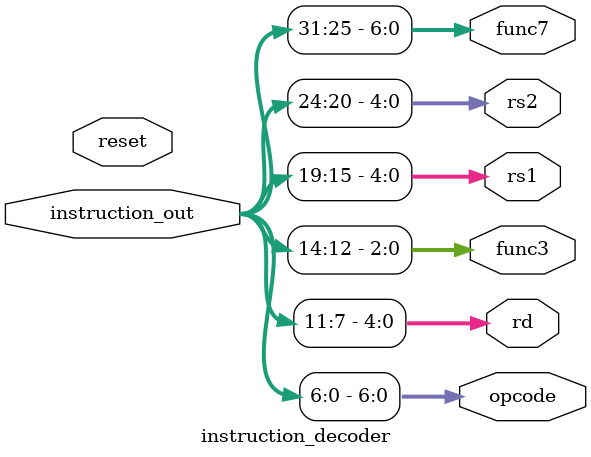
<source format=v>
`timescale 1ns / 1ps


module instruction_decoder(
    input wire reset,             // Reset signal
    input wire [31:0] instruction_out, // 32-bit instruction input
    
    output wire [6:0] opcode,     // Opcode field
    output wire [4:0] rd,         // Destination register
    output wire [2:0] func3,      // Function code (3 bits)
    output wire [4:0] rs1,        // Source register 1
    output wire [4:0] rs2,        // Source register 2
    output wire [6:0] func7       // Function code (7 bits)
);

// Extract fields from the instruction using bit slicing
assign opcode = instruction_out[6:0];     // Bits 6:0
assign rd = instruction_out[11:7];        // Bits 11:7
assign func3 = instruction_out[14:12];    // Bits 14:12
assign rs1 = instruction_out[19:15];      // Bits 19:15
assign rs2 = instruction_out[24:20];      // Bits 24:20
assign func7 = instruction_out[31:25];    // Bits 31:25, even if they are always zero

endmodule


</source>
